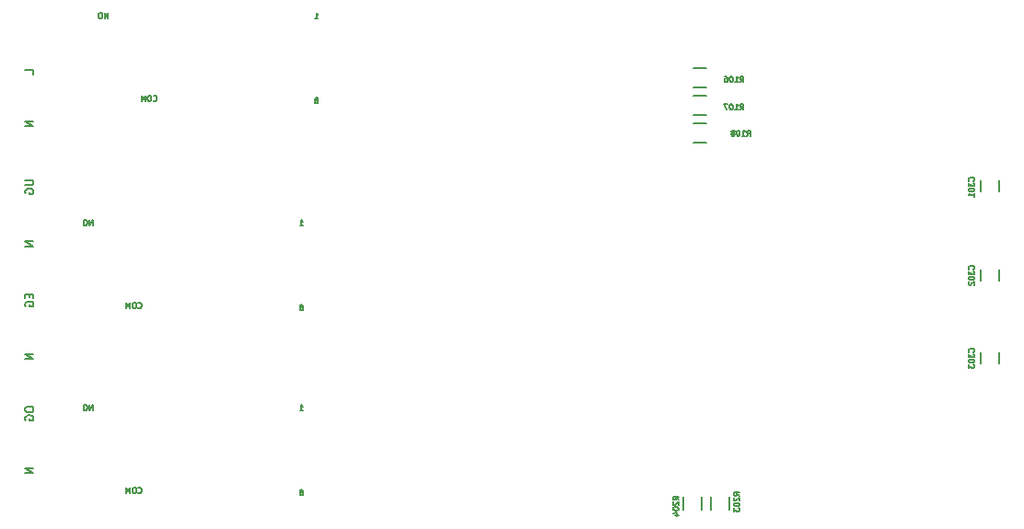
<source format=gbr>
G04 #@! TF.FileFunction,Legend,Bot*
%FSLAX46Y46*%
G04 Gerber Fmt 4.6, Leading zero omitted, Abs format (unit mm)*
G04 Created by KiCad (PCBNEW 4.0.2-4+6225~38~ubuntu14.04.1-stable) date Mon 26 Dec 2016 11:00:54 AM CET*
%MOMM*%
G01*
G04 APERTURE LIST*
%ADD10C,0.100000*%
%ADD11C,0.127000*%
%ADD12C,0.150000*%
G04 APERTURE END LIST*
D10*
D11*
X132424714Y-85634286D02*
X132424714Y-85271429D01*
X131662714Y-85271429D01*
X132424714Y-89952283D02*
X131662714Y-89952283D01*
X132424714Y-90387711D01*
X131662714Y-90387711D01*
X131662714Y-95395137D02*
X132279571Y-95395137D01*
X132352143Y-95431422D01*
X132388429Y-95467708D01*
X132424714Y-95540279D01*
X132424714Y-95685422D01*
X132388429Y-95757994D01*
X132352143Y-95794279D01*
X132279571Y-95830565D01*
X131662714Y-95830565D01*
X131699000Y-96592565D02*
X131662714Y-96519994D01*
X131662714Y-96411137D01*
X131699000Y-96302280D01*
X131771571Y-96229708D01*
X131844143Y-96193423D01*
X131989286Y-96157137D01*
X132098143Y-96157137D01*
X132243286Y-96193423D01*
X132315857Y-96229708D01*
X132388429Y-96302280D01*
X132424714Y-96411137D01*
X132424714Y-96483708D01*
X132388429Y-96592565D01*
X132352143Y-96628851D01*
X132098143Y-96628851D01*
X132098143Y-96483708D01*
X132424714Y-101019420D02*
X131662714Y-101019420D01*
X132424714Y-101454848D01*
X131662714Y-101454848D01*
X132025571Y-105881703D02*
X132025571Y-106135703D01*
X132424714Y-106244560D02*
X132424714Y-105881703D01*
X131662714Y-105881703D01*
X131662714Y-106244560D01*
X131699000Y-106970274D02*
X131662714Y-106897703D01*
X131662714Y-106788846D01*
X131699000Y-106679989D01*
X131771571Y-106607417D01*
X131844143Y-106571132D01*
X131989286Y-106534846D01*
X132098143Y-106534846D01*
X132243286Y-106571132D01*
X132315857Y-106607417D01*
X132388429Y-106679989D01*
X132424714Y-106788846D01*
X132424714Y-106861417D01*
X132388429Y-106970274D01*
X132352143Y-107006560D01*
X132098143Y-107006560D01*
X132098143Y-106861417D01*
X132424714Y-111397129D02*
X131662714Y-111397129D01*
X132424714Y-111832557D01*
X131662714Y-111832557D01*
X131662714Y-116404554D02*
X131662714Y-116549697D01*
X131699000Y-116622269D01*
X131771571Y-116694840D01*
X131916714Y-116731126D01*
X132170714Y-116731126D01*
X132315857Y-116694840D01*
X132388429Y-116622269D01*
X132424714Y-116549697D01*
X132424714Y-116404554D01*
X132388429Y-116331983D01*
X132315857Y-116259412D01*
X132170714Y-116223126D01*
X131916714Y-116223126D01*
X131771571Y-116259412D01*
X131699000Y-116331983D01*
X131662714Y-116404554D01*
X131699000Y-117456840D02*
X131662714Y-117384269D01*
X131662714Y-117275412D01*
X131699000Y-117166555D01*
X131771571Y-117093983D01*
X131844143Y-117057698D01*
X131989286Y-117021412D01*
X132098143Y-117021412D01*
X132243286Y-117057698D01*
X132315857Y-117093983D01*
X132388429Y-117166555D01*
X132424714Y-117275412D01*
X132424714Y-117347983D01*
X132388429Y-117456840D01*
X132352143Y-117493126D01*
X132098143Y-117493126D01*
X132098143Y-117347983D01*
X132424714Y-121883695D02*
X131662714Y-121883695D01*
X132424714Y-122319123D01*
X131662714Y-122319123D01*
D12*
X194275000Y-85104000D02*
X193075000Y-85104000D01*
X193075000Y-86854000D02*
X194275000Y-86854000D01*
X221195000Y-95385000D02*
X221195000Y-96385000D01*
X219495000Y-96385000D02*
X219495000Y-95385000D01*
X221195000Y-103640000D02*
X221195000Y-104640000D01*
X219495000Y-104640000D02*
X219495000Y-103640000D01*
X221195000Y-111260000D02*
X221195000Y-112260000D01*
X219495000Y-112260000D02*
X219495000Y-111260000D01*
X196455000Y-125695000D02*
X196455000Y-124495000D01*
X194705000Y-124495000D02*
X194705000Y-125695000D01*
X193915000Y-125695000D02*
X193915000Y-124495000D01*
X192165000Y-124495000D02*
X192165000Y-125695000D01*
X194275000Y-87644000D02*
X193075000Y-87644000D01*
X193075000Y-89394000D02*
X194275000Y-89394000D01*
X194275000Y-90184000D02*
X193075000Y-90184000D01*
X193075000Y-91934000D02*
X194275000Y-91934000D01*
D11*
X139274238Y-80503810D02*
X139274238Y-79995810D01*
X138983952Y-80503810D01*
X138983952Y-79995810D01*
X138645286Y-79995810D02*
X138548524Y-79995810D01*
X138500143Y-80020000D01*
X138451762Y-80068381D01*
X138427571Y-80165143D01*
X138427571Y-80334476D01*
X138451762Y-80431238D01*
X138500143Y-80479619D01*
X138548524Y-80503810D01*
X138645286Y-80503810D01*
X138693667Y-80479619D01*
X138742048Y-80431238D01*
X138766238Y-80334476D01*
X138766238Y-80165143D01*
X138742048Y-80068381D01*
X138693667Y-80020000D01*
X138645286Y-79995810D01*
X143462142Y-88055429D02*
X143486332Y-88079619D01*
X143558904Y-88103810D01*
X143607285Y-88103810D01*
X143679856Y-88079619D01*
X143728237Y-88031238D01*
X143752428Y-87982857D01*
X143776618Y-87886095D01*
X143776618Y-87813524D01*
X143752428Y-87716762D01*
X143728237Y-87668381D01*
X143679856Y-87620000D01*
X143607285Y-87595810D01*
X143558904Y-87595810D01*
X143486332Y-87620000D01*
X143462142Y-87644190D01*
X143147666Y-87595810D02*
X143050904Y-87595810D01*
X143002523Y-87620000D01*
X142954142Y-87668381D01*
X142929951Y-87765143D01*
X142929951Y-87934476D01*
X142954142Y-88031238D01*
X143002523Y-88079619D01*
X143050904Y-88103810D01*
X143147666Y-88103810D01*
X143196047Y-88079619D01*
X143244428Y-88031238D01*
X143268618Y-87934476D01*
X143268618Y-87765143D01*
X143244428Y-87668381D01*
X143196047Y-87620000D01*
X143147666Y-87595810D01*
X142712238Y-88103810D02*
X142712238Y-87595810D01*
X142542904Y-87958667D01*
X142373571Y-87595810D01*
X142373571Y-88103810D01*
X158511381Y-88013524D02*
X158559762Y-87989333D01*
X158583953Y-87965143D01*
X158608143Y-87916762D01*
X158608143Y-87892571D01*
X158583953Y-87844190D01*
X158559762Y-87820000D01*
X158511381Y-87795810D01*
X158414619Y-87795810D01*
X158366238Y-87820000D01*
X158342048Y-87844190D01*
X158317857Y-87892571D01*
X158317857Y-87916762D01*
X158342048Y-87965143D01*
X158366238Y-87989333D01*
X158414619Y-88013524D01*
X158511381Y-88013524D01*
X158559762Y-88037714D01*
X158583953Y-88061905D01*
X158608143Y-88110286D01*
X158608143Y-88207048D01*
X158583953Y-88255429D01*
X158559762Y-88279619D01*
X158511381Y-88303810D01*
X158414619Y-88303810D01*
X158366238Y-88279619D01*
X158342048Y-88255429D01*
X158317857Y-88207048D01*
X158317857Y-88110286D01*
X158342048Y-88061905D01*
X158366238Y-88037714D01*
X158414619Y-88013524D01*
X158317857Y-80503810D02*
X158608143Y-80503810D01*
X158463000Y-80503810D02*
X158463000Y-79995810D01*
X158511381Y-80068381D01*
X158559762Y-80116762D01*
X158608143Y-80140952D01*
X137877238Y-116571810D02*
X137877238Y-116063810D01*
X137586952Y-116571810D01*
X137586952Y-116063810D01*
X137248286Y-116063810D02*
X137151524Y-116063810D01*
X137103143Y-116088000D01*
X137054762Y-116136381D01*
X137030571Y-116233143D01*
X137030571Y-116402476D01*
X137054762Y-116499238D01*
X137103143Y-116547619D01*
X137151524Y-116571810D01*
X137248286Y-116571810D01*
X137296667Y-116547619D01*
X137345048Y-116499238D01*
X137369238Y-116402476D01*
X137369238Y-116233143D01*
X137345048Y-116136381D01*
X137296667Y-116088000D01*
X137248286Y-116063810D01*
X142065142Y-124123429D02*
X142089332Y-124147619D01*
X142161904Y-124171810D01*
X142210285Y-124171810D01*
X142282856Y-124147619D01*
X142331237Y-124099238D01*
X142355428Y-124050857D01*
X142379618Y-123954095D01*
X142379618Y-123881524D01*
X142355428Y-123784762D01*
X142331237Y-123736381D01*
X142282856Y-123688000D01*
X142210285Y-123663810D01*
X142161904Y-123663810D01*
X142089332Y-123688000D01*
X142065142Y-123712190D01*
X141750666Y-123663810D02*
X141653904Y-123663810D01*
X141605523Y-123688000D01*
X141557142Y-123736381D01*
X141532951Y-123833143D01*
X141532951Y-124002476D01*
X141557142Y-124099238D01*
X141605523Y-124147619D01*
X141653904Y-124171810D01*
X141750666Y-124171810D01*
X141799047Y-124147619D01*
X141847428Y-124099238D01*
X141871618Y-124002476D01*
X141871618Y-123833143D01*
X141847428Y-123736381D01*
X141799047Y-123688000D01*
X141750666Y-123663810D01*
X141315238Y-124171810D02*
X141315238Y-123663810D01*
X141145904Y-124026667D01*
X140976571Y-123663810D01*
X140976571Y-124171810D01*
X157114381Y-124081524D02*
X157162762Y-124057333D01*
X157186953Y-124033143D01*
X157211143Y-123984762D01*
X157211143Y-123960571D01*
X157186953Y-123912190D01*
X157162762Y-123888000D01*
X157114381Y-123863810D01*
X157017619Y-123863810D01*
X156969238Y-123888000D01*
X156945048Y-123912190D01*
X156920857Y-123960571D01*
X156920857Y-123984762D01*
X156945048Y-124033143D01*
X156969238Y-124057333D01*
X157017619Y-124081524D01*
X157114381Y-124081524D01*
X157162762Y-124105714D01*
X157186953Y-124129905D01*
X157211143Y-124178286D01*
X157211143Y-124275048D01*
X157186953Y-124323429D01*
X157162762Y-124347619D01*
X157114381Y-124371810D01*
X157017619Y-124371810D01*
X156969238Y-124347619D01*
X156945048Y-124323429D01*
X156920857Y-124275048D01*
X156920857Y-124178286D01*
X156945048Y-124129905D01*
X156969238Y-124105714D01*
X157017619Y-124081524D01*
X156920857Y-116571810D02*
X157211143Y-116571810D01*
X157066000Y-116571810D02*
X157066000Y-116063810D01*
X157114381Y-116136381D01*
X157162762Y-116184762D01*
X157211143Y-116208952D01*
X197418477Y-86335810D02*
X197587810Y-86093905D01*
X197708763Y-86335810D02*
X197708763Y-85827810D01*
X197515239Y-85827810D01*
X197466858Y-85852000D01*
X197442667Y-85876190D01*
X197418477Y-85924571D01*
X197418477Y-85997143D01*
X197442667Y-86045524D01*
X197466858Y-86069714D01*
X197515239Y-86093905D01*
X197708763Y-86093905D01*
X196934667Y-86335810D02*
X197224953Y-86335810D01*
X197079810Y-86335810D02*
X197079810Y-85827810D01*
X197128191Y-85900381D01*
X197176572Y-85948762D01*
X197224953Y-85972952D01*
X196620191Y-85827810D02*
X196571810Y-85827810D01*
X196523429Y-85852000D01*
X196499238Y-85876190D01*
X196475048Y-85924571D01*
X196450857Y-86021333D01*
X196450857Y-86142286D01*
X196475048Y-86239048D01*
X196499238Y-86287429D01*
X196523429Y-86311619D01*
X196571810Y-86335810D01*
X196620191Y-86335810D01*
X196668572Y-86311619D01*
X196692762Y-86287429D01*
X196716953Y-86239048D01*
X196741143Y-86142286D01*
X196741143Y-86021333D01*
X196716953Y-85924571D01*
X196692762Y-85876190D01*
X196668572Y-85852000D01*
X196620191Y-85827810D01*
X196015428Y-85827810D02*
X196112190Y-85827810D01*
X196160571Y-85852000D01*
X196184762Y-85876190D01*
X196233143Y-85948762D01*
X196257333Y-86045524D01*
X196257333Y-86239048D01*
X196233143Y-86287429D01*
X196208952Y-86311619D01*
X196160571Y-86335810D01*
X196063809Y-86335810D01*
X196015428Y-86311619D01*
X195991238Y-86287429D01*
X195967047Y-86239048D01*
X195967047Y-86118095D01*
X195991238Y-86069714D01*
X196015428Y-86045524D01*
X196063809Y-86021333D01*
X196160571Y-86021333D01*
X196208952Y-86045524D01*
X196233143Y-86069714D01*
X196257333Y-86118095D01*
X218875429Y-95443523D02*
X218899619Y-95419333D01*
X218923810Y-95346761D01*
X218923810Y-95298380D01*
X218899619Y-95225809D01*
X218851238Y-95177428D01*
X218802857Y-95153237D01*
X218706095Y-95129047D01*
X218633524Y-95129047D01*
X218536762Y-95153237D01*
X218488381Y-95177428D01*
X218440000Y-95225809D01*
X218415810Y-95298380D01*
X218415810Y-95346761D01*
X218440000Y-95419333D01*
X218464190Y-95443523D01*
X218415810Y-95612856D02*
X218415810Y-95927333D01*
X218609333Y-95757999D01*
X218609333Y-95830571D01*
X218633524Y-95878952D01*
X218657714Y-95903142D01*
X218706095Y-95927333D01*
X218827048Y-95927333D01*
X218875429Y-95903142D01*
X218899619Y-95878952D01*
X218923810Y-95830571D01*
X218923810Y-95685428D01*
X218899619Y-95637047D01*
X218875429Y-95612856D01*
X218415810Y-96241809D02*
X218415810Y-96290190D01*
X218440000Y-96338571D01*
X218464190Y-96362762D01*
X218512571Y-96386952D01*
X218609333Y-96411143D01*
X218730286Y-96411143D01*
X218827048Y-96386952D01*
X218875429Y-96362762D01*
X218899619Y-96338571D01*
X218923810Y-96290190D01*
X218923810Y-96241809D01*
X218899619Y-96193428D01*
X218875429Y-96169238D01*
X218827048Y-96145047D01*
X218730286Y-96120857D01*
X218609333Y-96120857D01*
X218512571Y-96145047D01*
X218464190Y-96169238D01*
X218440000Y-96193428D01*
X218415810Y-96241809D01*
X218923810Y-96894953D02*
X218923810Y-96604667D01*
X218923810Y-96749810D02*
X218415810Y-96749810D01*
X218488381Y-96701429D01*
X218536762Y-96653048D01*
X218560952Y-96604667D01*
X218875429Y-103571523D02*
X218899619Y-103547333D01*
X218923810Y-103474761D01*
X218923810Y-103426380D01*
X218899619Y-103353809D01*
X218851238Y-103305428D01*
X218802857Y-103281237D01*
X218706095Y-103257047D01*
X218633524Y-103257047D01*
X218536762Y-103281237D01*
X218488381Y-103305428D01*
X218440000Y-103353809D01*
X218415810Y-103426380D01*
X218415810Y-103474761D01*
X218440000Y-103547333D01*
X218464190Y-103571523D01*
X218415810Y-103740856D02*
X218415810Y-104055333D01*
X218609333Y-103885999D01*
X218609333Y-103958571D01*
X218633524Y-104006952D01*
X218657714Y-104031142D01*
X218706095Y-104055333D01*
X218827048Y-104055333D01*
X218875429Y-104031142D01*
X218899619Y-104006952D01*
X218923810Y-103958571D01*
X218923810Y-103813428D01*
X218899619Y-103765047D01*
X218875429Y-103740856D01*
X218415810Y-104369809D02*
X218415810Y-104418190D01*
X218440000Y-104466571D01*
X218464190Y-104490762D01*
X218512571Y-104514952D01*
X218609333Y-104539143D01*
X218730286Y-104539143D01*
X218827048Y-104514952D01*
X218875429Y-104490762D01*
X218899619Y-104466571D01*
X218923810Y-104418190D01*
X218923810Y-104369809D01*
X218899619Y-104321428D01*
X218875429Y-104297238D01*
X218827048Y-104273047D01*
X218730286Y-104248857D01*
X218609333Y-104248857D01*
X218512571Y-104273047D01*
X218464190Y-104297238D01*
X218440000Y-104321428D01*
X218415810Y-104369809D01*
X218464190Y-104732667D02*
X218440000Y-104756857D01*
X218415810Y-104805238D01*
X218415810Y-104926191D01*
X218440000Y-104974572D01*
X218464190Y-104998762D01*
X218512571Y-105022953D01*
X218560952Y-105022953D01*
X218633524Y-104998762D01*
X218923810Y-104708476D01*
X218923810Y-105022953D01*
X218875429Y-111191523D02*
X218899619Y-111167333D01*
X218923810Y-111094761D01*
X218923810Y-111046380D01*
X218899619Y-110973809D01*
X218851238Y-110925428D01*
X218802857Y-110901237D01*
X218706095Y-110877047D01*
X218633524Y-110877047D01*
X218536762Y-110901237D01*
X218488381Y-110925428D01*
X218440000Y-110973809D01*
X218415810Y-111046380D01*
X218415810Y-111094761D01*
X218440000Y-111167333D01*
X218464190Y-111191523D01*
X218415810Y-111360856D02*
X218415810Y-111675333D01*
X218609333Y-111505999D01*
X218609333Y-111578571D01*
X218633524Y-111626952D01*
X218657714Y-111651142D01*
X218706095Y-111675333D01*
X218827048Y-111675333D01*
X218875429Y-111651142D01*
X218899619Y-111626952D01*
X218923810Y-111578571D01*
X218923810Y-111433428D01*
X218899619Y-111385047D01*
X218875429Y-111360856D01*
X218415810Y-111989809D02*
X218415810Y-112038190D01*
X218440000Y-112086571D01*
X218464190Y-112110762D01*
X218512571Y-112134952D01*
X218609333Y-112159143D01*
X218730286Y-112159143D01*
X218827048Y-112134952D01*
X218875429Y-112110762D01*
X218899619Y-112086571D01*
X218923810Y-112038190D01*
X218923810Y-111989809D01*
X218899619Y-111941428D01*
X218875429Y-111917238D01*
X218827048Y-111893047D01*
X218730286Y-111868857D01*
X218609333Y-111868857D01*
X218512571Y-111893047D01*
X218464190Y-111917238D01*
X218440000Y-111941428D01*
X218415810Y-111989809D01*
X218415810Y-112328476D02*
X218415810Y-112642953D01*
X218609333Y-112473619D01*
X218609333Y-112546191D01*
X218633524Y-112594572D01*
X218657714Y-112618762D01*
X218706095Y-112642953D01*
X218827048Y-112642953D01*
X218875429Y-112618762D01*
X218899619Y-112594572D01*
X218923810Y-112546191D01*
X218923810Y-112401048D01*
X218899619Y-112352667D01*
X218875429Y-112328476D01*
X197333810Y-124399523D02*
X197091905Y-124230190D01*
X197333810Y-124109237D02*
X196825810Y-124109237D01*
X196825810Y-124302761D01*
X196850000Y-124351142D01*
X196874190Y-124375333D01*
X196922571Y-124399523D01*
X196995143Y-124399523D01*
X197043524Y-124375333D01*
X197067714Y-124351142D01*
X197091905Y-124302761D01*
X197091905Y-124109237D01*
X196874190Y-124593047D02*
X196850000Y-124617237D01*
X196825810Y-124665618D01*
X196825810Y-124786571D01*
X196850000Y-124834952D01*
X196874190Y-124859142D01*
X196922571Y-124883333D01*
X196970952Y-124883333D01*
X197043524Y-124859142D01*
X197333810Y-124568856D01*
X197333810Y-124883333D01*
X196825810Y-125197809D02*
X196825810Y-125246190D01*
X196850000Y-125294571D01*
X196874190Y-125318762D01*
X196922571Y-125342952D01*
X197019333Y-125367143D01*
X197140286Y-125367143D01*
X197237048Y-125342952D01*
X197285429Y-125318762D01*
X197309619Y-125294571D01*
X197333810Y-125246190D01*
X197333810Y-125197809D01*
X197309619Y-125149428D01*
X197285429Y-125125238D01*
X197237048Y-125101047D01*
X197140286Y-125076857D01*
X197019333Y-125076857D01*
X196922571Y-125101047D01*
X196874190Y-125125238D01*
X196850000Y-125149428D01*
X196825810Y-125197809D01*
X196825810Y-125536476D02*
X196825810Y-125850953D01*
X197019333Y-125681619D01*
X197019333Y-125754191D01*
X197043524Y-125802572D01*
X197067714Y-125826762D01*
X197116095Y-125850953D01*
X197237048Y-125850953D01*
X197285429Y-125826762D01*
X197309619Y-125802572D01*
X197333810Y-125754191D01*
X197333810Y-125609048D01*
X197309619Y-125560667D01*
X197285429Y-125536476D01*
X191745810Y-124780523D02*
X191503905Y-124611190D01*
X191745810Y-124490237D02*
X191237810Y-124490237D01*
X191237810Y-124683761D01*
X191262000Y-124732142D01*
X191286190Y-124756333D01*
X191334571Y-124780523D01*
X191407143Y-124780523D01*
X191455524Y-124756333D01*
X191479714Y-124732142D01*
X191503905Y-124683761D01*
X191503905Y-124490237D01*
X191286190Y-124974047D02*
X191262000Y-124998237D01*
X191237810Y-125046618D01*
X191237810Y-125167571D01*
X191262000Y-125215952D01*
X191286190Y-125240142D01*
X191334571Y-125264333D01*
X191382952Y-125264333D01*
X191455524Y-125240142D01*
X191745810Y-124949856D01*
X191745810Y-125264333D01*
X191237810Y-125578809D02*
X191237810Y-125627190D01*
X191262000Y-125675571D01*
X191286190Y-125699762D01*
X191334571Y-125723952D01*
X191431333Y-125748143D01*
X191552286Y-125748143D01*
X191649048Y-125723952D01*
X191697429Y-125699762D01*
X191721619Y-125675571D01*
X191745810Y-125627190D01*
X191745810Y-125578809D01*
X191721619Y-125530428D01*
X191697429Y-125506238D01*
X191649048Y-125482047D01*
X191552286Y-125457857D01*
X191431333Y-125457857D01*
X191334571Y-125482047D01*
X191286190Y-125506238D01*
X191262000Y-125530428D01*
X191237810Y-125578809D01*
X191407143Y-126183572D02*
X191745810Y-126183572D01*
X191213619Y-126062619D02*
X191576476Y-125941667D01*
X191576476Y-126256143D01*
X137877238Y-99553810D02*
X137877238Y-99045810D01*
X137586952Y-99553810D01*
X137586952Y-99045810D01*
X137248286Y-99045810D02*
X137151524Y-99045810D01*
X137103143Y-99070000D01*
X137054762Y-99118381D01*
X137030571Y-99215143D01*
X137030571Y-99384476D01*
X137054762Y-99481238D01*
X137103143Y-99529619D01*
X137151524Y-99553810D01*
X137248286Y-99553810D01*
X137296667Y-99529619D01*
X137345048Y-99481238D01*
X137369238Y-99384476D01*
X137369238Y-99215143D01*
X137345048Y-99118381D01*
X137296667Y-99070000D01*
X137248286Y-99045810D01*
X142065142Y-107105429D02*
X142089332Y-107129619D01*
X142161904Y-107153810D01*
X142210285Y-107153810D01*
X142282856Y-107129619D01*
X142331237Y-107081238D01*
X142355428Y-107032857D01*
X142379618Y-106936095D01*
X142379618Y-106863524D01*
X142355428Y-106766762D01*
X142331237Y-106718381D01*
X142282856Y-106670000D01*
X142210285Y-106645810D01*
X142161904Y-106645810D01*
X142089332Y-106670000D01*
X142065142Y-106694190D01*
X141750666Y-106645810D02*
X141653904Y-106645810D01*
X141605523Y-106670000D01*
X141557142Y-106718381D01*
X141532951Y-106815143D01*
X141532951Y-106984476D01*
X141557142Y-107081238D01*
X141605523Y-107129619D01*
X141653904Y-107153810D01*
X141750666Y-107153810D01*
X141799047Y-107129619D01*
X141847428Y-107081238D01*
X141871618Y-106984476D01*
X141871618Y-106815143D01*
X141847428Y-106718381D01*
X141799047Y-106670000D01*
X141750666Y-106645810D01*
X141315238Y-107153810D02*
X141315238Y-106645810D01*
X141145904Y-107008667D01*
X140976571Y-106645810D01*
X140976571Y-107153810D01*
X157114381Y-107063524D02*
X157162762Y-107039333D01*
X157186953Y-107015143D01*
X157211143Y-106966762D01*
X157211143Y-106942571D01*
X157186953Y-106894190D01*
X157162762Y-106870000D01*
X157114381Y-106845810D01*
X157017619Y-106845810D01*
X156969238Y-106870000D01*
X156945048Y-106894190D01*
X156920857Y-106942571D01*
X156920857Y-106966762D01*
X156945048Y-107015143D01*
X156969238Y-107039333D01*
X157017619Y-107063524D01*
X157114381Y-107063524D01*
X157162762Y-107087714D01*
X157186953Y-107111905D01*
X157211143Y-107160286D01*
X157211143Y-107257048D01*
X157186953Y-107305429D01*
X157162762Y-107329619D01*
X157114381Y-107353810D01*
X157017619Y-107353810D01*
X156969238Y-107329619D01*
X156945048Y-107305429D01*
X156920857Y-107257048D01*
X156920857Y-107160286D01*
X156945048Y-107111905D01*
X156969238Y-107087714D01*
X157017619Y-107063524D01*
X156920857Y-99553810D02*
X157211143Y-99553810D01*
X157066000Y-99553810D02*
X157066000Y-99045810D01*
X157114381Y-99118381D01*
X157162762Y-99166762D01*
X157211143Y-99190952D01*
X197418477Y-88875810D02*
X197587810Y-88633905D01*
X197708763Y-88875810D02*
X197708763Y-88367810D01*
X197515239Y-88367810D01*
X197466858Y-88392000D01*
X197442667Y-88416190D01*
X197418477Y-88464571D01*
X197418477Y-88537143D01*
X197442667Y-88585524D01*
X197466858Y-88609714D01*
X197515239Y-88633905D01*
X197708763Y-88633905D01*
X196934667Y-88875810D02*
X197224953Y-88875810D01*
X197079810Y-88875810D02*
X197079810Y-88367810D01*
X197128191Y-88440381D01*
X197176572Y-88488762D01*
X197224953Y-88512952D01*
X196620191Y-88367810D02*
X196571810Y-88367810D01*
X196523429Y-88392000D01*
X196499238Y-88416190D01*
X196475048Y-88464571D01*
X196450857Y-88561333D01*
X196450857Y-88682286D01*
X196475048Y-88779048D01*
X196499238Y-88827429D01*
X196523429Y-88851619D01*
X196571810Y-88875810D01*
X196620191Y-88875810D01*
X196668572Y-88851619D01*
X196692762Y-88827429D01*
X196716953Y-88779048D01*
X196741143Y-88682286D01*
X196741143Y-88561333D01*
X196716953Y-88464571D01*
X196692762Y-88416190D01*
X196668572Y-88392000D01*
X196620191Y-88367810D01*
X196281524Y-88367810D02*
X195942857Y-88367810D01*
X196160571Y-88875810D01*
X198053477Y-91288810D02*
X198222810Y-91046905D01*
X198343763Y-91288810D02*
X198343763Y-90780810D01*
X198150239Y-90780810D01*
X198101858Y-90805000D01*
X198077667Y-90829190D01*
X198053477Y-90877571D01*
X198053477Y-90950143D01*
X198077667Y-90998524D01*
X198101858Y-91022714D01*
X198150239Y-91046905D01*
X198343763Y-91046905D01*
X197569667Y-91288810D02*
X197859953Y-91288810D01*
X197714810Y-91288810D02*
X197714810Y-90780810D01*
X197763191Y-90853381D01*
X197811572Y-90901762D01*
X197859953Y-90925952D01*
X197255191Y-90780810D02*
X197206810Y-90780810D01*
X197158429Y-90805000D01*
X197134238Y-90829190D01*
X197110048Y-90877571D01*
X197085857Y-90974333D01*
X197085857Y-91095286D01*
X197110048Y-91192048D01*
X197134238Y-91240429D01*
X197158429Y-91264619D01*
X197206810Y-91288810D01*
X197255191Y-91288810D01*
X197303572Y-91264619D01*
X197327762Y-91240429D01*
X197351953Y-91192048D01*
X197376143Y-91095286D01*
X197376143Y-90974333D01*
X197351953Y-90877571D01*
X197327762Y-90829190D01*
X197303572Y-90805000D01*
X197255191Y-90780810D01*
X196795571Y-90998524D02*
X196843952Y-90974333D01*
X196868143Y-90950143D01*
X196892333Y-90901762D01*
X196892333Y-90877571D01*
X196868143Y-90829190D01*
X196843952Y-90805000D01*
X196795571Y-90780810D01*
X196698809Y-90780810D01*
X196650428Y-90805000D01*
X196626238Y-90829190D01*
X196602047Y-90877571D01*
X196602047Y-90901762D01*
X196626238Y-90950143D01*
X196650428Y-90974333D01*
X196698809Y-90998524D01*
X196795571Y-90998524D01*
X196843952Y-91022714D01*
X196868143Y-91046905D01*
X196892333Y-91095286D01*
X196892333Y-91192048D01*
X196868143Y-91240429D01*
X196843952Y-91264619D01*
X196795571Y-91288810D01*
X196698809Y-91288810D01*
X196650428Y-91264619D01*
X196626238Y-91240429D01*
X196602047Y-91192048D01*
X196602047Y-91095286D01*
X196626238Y-91046905D01*
X196650428Y-91022714D01*
X196698809Y-90998524D01*
M02*

</source>
